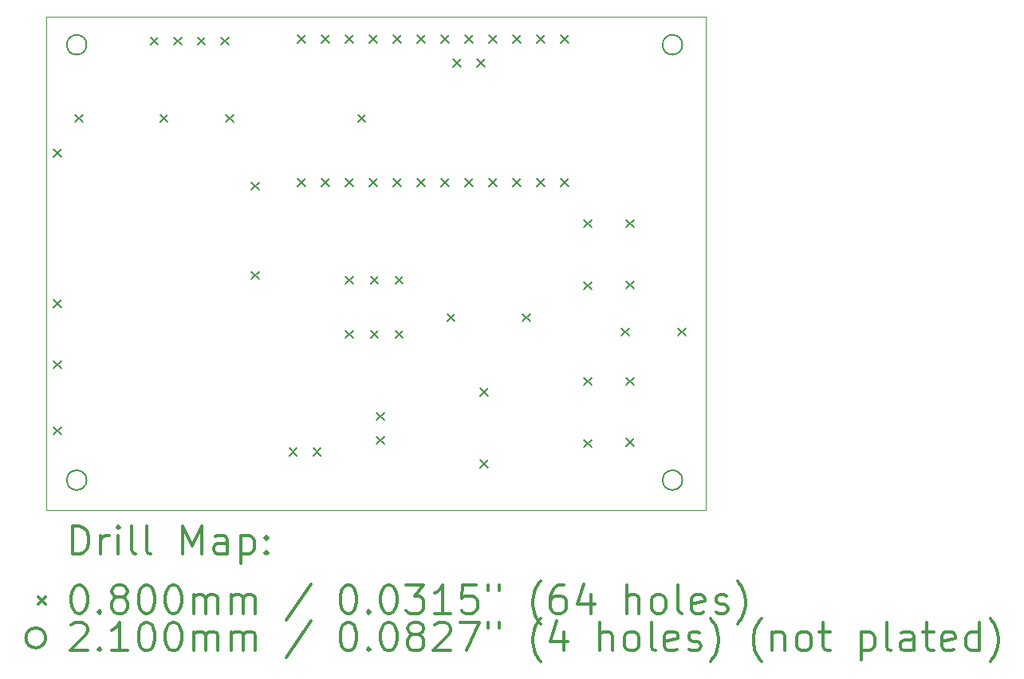
<source format=gbr>
%FSLAX45Y45*%
G04 Gerber Fmt 4.5, Leading zero omitted, Abs format (unit mm)*
G04 Created by KiCad (PCBNEW (5.1.10)-1) date 2021-06-09 13:50:51*
%MOMM*%
%LPD*%
G01*
G04 APERTURE LIST*
%TA.AperFunction,Profile*%
%ADD10C,0.100000*%
%TD*%
%ADD11C,0.200000*%
%ADD12C,0.300000*%
G04 APERTURE END LIST*
D10*
X2850000Y-11715000D02*
X2850000Y-6475000D01*
X9850000Y-11715000D02*
X2850000Y-11715000D01*
X9850000Y-6475000D02*
X9850000Y-11715000D01*
X2850000Y-6475000D02*
X9850000Y-6475000D01*
D11*
X2930000Y-7885000D02*
X3010000Y-7965000D01*
X3010000Y-7885000D02*
X2930000Y-7965000D01*
X2930000Y-9485000D02*
X3010000Y-9565000D01*
X3010000Y-9485000D02*
X2930000Y-9565000D01*
X2930000Y-10135000D02*
X3010000Y-10215000D01*
X3010000Y-10135000D02*
X2930000Y-10215000D01*
X2930000Y-10835000D02*
X3010000Y-10915000D01*
X3010000Y-10835000D02*
X2930000Y-10915000D01*
X3160000Y-7515000D02*
X3240000Y-7595000D01*
X3240000Y-7515000D02*
X3160000Y-7595000D01*
X3960000Y-6695000D02*
X4040000Y-6775000D01*
X4040000Y-6695000D02*
X3960000Y-6775000D01*
X4060000Y-7515000D02*
X4140000Y-7595000D01*
X4140000Y-7515000D02*
X4060000Y-7595000D01*
X4210000Y-6695000D02*
X4290000Y-6775000D01*
X4290000Y-6695000D02*
X4210000Y-6775000D01*
X4460000Y-6695000D02*
X4540000Y-6775000D01*
X4540000Y-6695000D02*
X4460000Y-6775000D01*
X4710000Y-6695000D02*
X4790000Y-6775000D01*
X4790000Y-6695000D02*
X4710000Y-6775000D01*
X4760000Y-7515000D02*
X4840000Y-7595000D01*
X4840000Y-7515000D02*
X4760000Y-7595000D01*
X5030000Y-8235000D02*
X5110000Y-8315000D01*
X5110000Y-8235000D02*
X5030000Y-8315000D01*
X5030000Y-9185000D02*
X5110000Y-9265000D01*
X5110000Y-9185000D02*
X5030000Y-9265000D01*
X5431000Y-11060000D02*
X5511000Y-11140000D01*
X5511000Y-11060000D02*
X5431000Y-11140000D01*
X5523000Y-6673000D02*
X5603000Y-6753000D01*
X5603000Y-6673000D02*
X5523000Y-6753000D01*
X5523000Y-8197000D02*
X5603000Y-8277000D01*
X5603000Y-8197000D02*
X5523000Y-8277000D01*
X5685000Y-11060000D02*
X5765000Y-11140000D01*
X5765000Y-11060000D02*
X5685000Y-11140000D01*
X5777000Y-6673000D02*
X5857000Y-6753000D01*
X5857000Y-6673000D02*
X5777000Y-6753000D01*
X5777000Y-8197000D02*
X5857000Y-8277000D01*
X5857000Y-8197000D02*
X5777000Y-8277000D01*
X6030000Y-9235000D02*
X6110000Y-9315000D01*
X6110000Y-9235000D02*
X6030000Y-9315000D01*
X6030000Y-9810000D02*
X6110000Y-9890000D01*
X6110000Y-9810000D02*
X6030000Y-9890000D01*
X6031000Y-6673000D02*
X6111000Y-6753000D01*
X6111000Y-6673000D02*
X6031000Y-6753000D01*
X6031000Y-8197000D02*
X6111000Y-8277000D01*
X6111000Y-8197000D02*
X6031000Y-8277000D01*
X6160000Y-7515000D02*
X6240000Y-7595000D01*
X6240000Y-7515000D02*
X6160000Y-7595000D01*
X6285000Y-6673000D02*
X6365000Y-6753000D01*
X6365000Y-6673000D02*
X6285000Y-6753000D01*
X6285000Y-8197000D02*
X6365000Y-8277000D01*
X6365000Y-8197000D02*
X6285000Y-8277000D01*
X6295000Y-9235000D02*
X6375000Y-9315000D01*
X6375000Y-9235000D02*
X6295000Y-9315000D01*
X6295000Y-9810000D02*
X6375000Y-9890000D01*
X6375000Y-9810000D02*
X6295000Y-9890000D01*
X6360000Y-10681000D02*
X6440000Y-10761000D01*
X6440000Y-10681000D02*
X6360000Y-10761000D01*
X6360000Y-10935000D02*
X6440000Y-11015000D01*
X6440000Y-10935000D02*
X6360000Y-11015000D01*
X6539000Y-6673000D02*
X6619000Y-6753000D01*
X6619000Y-6673000D02*
X6539000Y-6753000D01*
X6539000Y-8197000D02*
X6619000Y-8277000D01*
X6619000Y-8197000D02*
X6539000Y-8277000D01*
X6560000Y-9235000D02*
X6640000Y-9315000D01*
X6640000Y-9235000D02*
X6560000Y-9315000D01*
X6560000Y-9810000D02*
X6640000Y-9890000D01*
X6640000Y-9810000D02*
X6560000Y-9890000D01*
X6793000Y-6673000D02*
X6873000Y-6753000D01*
X6873000Y-6673000D02*
X6793000Y-6753000D01*
X6793000Y-8197000D02*
X6873000Y-8277000D01*
X6873000Y-8197000D02*
X6793000Y-8277000D01*
X7047000Y-6673000D02*
X7127000Y-6753000D01*
X7127000Y-6673000D02*
X7047000Y-6753000D01*
X7047000Y-8197000D02*
X7127000Y-8277000D01*
X7127000Y-8197000D02*
X7047000Y-8277000D01*
X7110000Y-9635000D02*
X7190000Y-9715000D01*
X7190000Y-9635000D02*
X7110000Y-9715000D01*
X7174000Y-6927000D02*
X7254000Y-7007000D01*
X7254000Y-6927000D02*
X7174000Y-7007000D01*
X7301000Y-6673000D02*
X7381000Y-6753000D01*
X7381000Y-6673000D02*
X7301000Y-6753000D01*
X7301000Y-8197000D02*
X7381000Y-8277000D01*
X7381000Y-8197000D02*
X7301000Y-8277000D01*
X7428000Y-6927000D02*
X7508000Y-7007000D01*
X7508000Y-6927000D02*
X7428000Y-7007000D01*
X7460000Y-10425000D02*
X7540000Y-10505000D01*
X7540000Y-10425000D02*
X7460000Y-10505000D01*
X7460000Y-11185000D02*
X7540000Y-11265000D01*
X7540000Y-11185000D02*
X7460000Y-11265000D01*
X7555000Y-6673000D02*
X7635000Y-6753000D01*
X7635000Y-6673000D02*
X7555000Y-6753000D01*
X7555000Y-8197000D02*
X7635000Y-8277000D01*
X7635000Y-8197000D02*
X7555000Y-8277000D01*
X7809000Y-6673000D02*
X7889000Y-6753000D01*
X7889000Y-6673000D02*
X7809000Y-6753000D01*
X7809000Y-8197000D02*
X7889000Y-8277000D01*
X7889000Y-8197000D02*
X7809000Y-8277000D01*
X7910000Y-9635000D02*
X7990000Y-9715000D01*
X7990000Y-9635000D02*
X7910000Y-9715000D01*
X8063000Y-6673000D02*
X8143000Y-6753000D01*
X8143000Y-6673000D02*
X8063000Y-6753000D01*
X8063000Y-8197000D02*
X8143000Y-8277000D01*
X8143000Y-8197000D02*
X8063000Y-8277000D01*
X8317000Y-6673000D02*
X8397000Y-6753000D01*
X8397000Y-6673000D02*
X8317000Y-6753000D01*
X8317000Y-8197000D02*
X8397000Y-8277000D01*
X8397000Y-8197000D02*
X8317000Y-8277000D01*
X8560000Y-8635000D02*
X8640000Y-8715000D01*
X8640000Y-8635000D02*
X8560000Y-8715000D01*
X8560000Y-9295000D02*
X8640000Y-9375000D01*
X8640000Y-9295000D02*
X8560000Y-9375000D01*
X8560000Y-10310000D02*
X8640000Y-10390000D01*
X8640000Y-10310000D02*
X8560000Y-10390000D01*
X8560000Y-10970000D02*
X8640000Y-11050000D01*
X8640000Y-10970000D02*
X8560000Y-11050000D01*
X8960000Y-9785000D02*
X9040000Y-9865000D01*
X9040000Y-9785000D02*
X8960000Y-9865000D01*
X9010000Y-8635000D02*
X9090000Y-8715000D01*
X9090000Y-8635000D02*
X9010000Y-8715000D01*
X9010000Y-9285000D02*
X9090000Y-9365000D01*
X9090000Y-9285000D02*
X9010000Y-9365000D01*
X9010000Y-10310000D02*
X9090000Y-10390000D01*
X9090000Y-10310000D02*
X9010000Y-10390000D01*
X9010000Y-10960000D02*
X9090000Y-11040000D01*
X9090000Y-10960000D02*
X9010000Y-11040000D01*
X9560000Y-9785000D02*
X9640000Y-9865000D01*
X9640000Y-9785000D02*
X9560000Y-9865000D01*
X3280000Y-6775000D02*
G75*
G03*
X3280000Y-6775000I-105000J0D01*
G01*
X3280000Y-11400000D02*
G75*
G03*
X3280000Y-11400000I-105000J0D01*
G01*
X9605000Y-6775000D02*
G75*
G03*
X9605000Y-6775000I-105000J0D01*
G01*
X9605000Y-11400000D02*
G75*
G03*
X9605000Y-11400000I-105000J0D01*
G01*
D12*
X3131428Y-12185714D02*
X3131428Y-11885714D01*
X3202857Y-11885714D01*
X3245714Y-11900000D01*
X3274286Y-11928571D01*
X3288571Y-11957143D01*
X3302857Y-12014286D01*
X3302857Y-12057143D01*
X3288571Y-12114286D01*
X3274286Y-12142857D01*
X3245714Y-12171429D01*
X3202857Y-12185714D01*
X3131428Y-12185714D01*
X3431428Y-12185714D02*
X3431428Y-11985714D01*
X3431428Y-12042857D02*
X3445714Y-12014286D01*
X3460000Y-12000000D01*
X3488571Y-11985714D01*
X3517143Y-11985714D01*
X3617143Y-12185714D02*
X3617143Y-11985714D01*
X3617143Y-11885714D02*
X3602857Y-11900000D01*
X3617143Y-11914286D01*
X3631428Y-11900000D01*
X3617143Y-11885714D01*
X3617143Y-11914286D01*
X3802857Y-12185714D02*
X3774286Y-12171429D01*
X3760000Y-12142857D01*
X3760000Y-11885714D01*
X3960000Y-12185714D02*
X3931428Y-12171429D01*
X3917143Y-12142857D01*
X3917143Y-11885714D01*
X4302857Y-12185714D02*
X4302857Y-11885714D01*
X4402857Y-12100000D01*
X4502857Y-11885714D01*
X4502857Y-12185714D01*
X4774286Y-12185714D02*
X4774286Y-12028571D01*
X4760000Y-12000000D01*
X4731428Y-11985714D01*
X4674286Y-11985714D01*
X4645714Y-12000000D01*
X4774286Y-12171429D02*
X4745714Y-12185714D01*
X4674286Y-12185714D01*
X4645714Y-12171429D01*
X4631428Y-12142857D01*
X4631428Y-12114286D01*
X4645714Y-12085714D01*
X4674286Y-12071429D01*
X4745714Y-12071429D01*
X4774286Y-12057143D01*
X4917143Y-11985714D02*
X4917143Y-12285714D01*
X4917143Y-12000000D02*
X4945714Y-11985714D01*
X5002857Y-11985714D01*
X5031428Y-12000000D01*
X5045714Y-12014286D01*
X5060000Y-12042857D01*
X5060000Y-12128571D01*
X5045714Y-12157143D01*
X5031428Y-12171429D01*
X5002857Y-12185714D01*
X4945714Y-12185714D01*
X4917143Y-12171429D01*
X5188571Y-12157143D02*
X5202857Y-12171429D01*
X5188571Y-12185714D01*
X5174286Y-12171429D01*
X5188571Y-12157143D01*
X5188571Y-12185714D01*
X5188571Y-12000000D02*
X5202857Y-12014286D01*
X5188571Y-12028571D01*
X5174286Y-12014286D01*
X5188571Y-12000000D01*
X5188571Y-12028571D01*
X2765000Y-12640000D02*
X2845000Y-12720000D01*
X2845000Y-12640000D02*
X2765000Y-12720000D01*
X3188571Y-12515714D02*
X3217143Y-12515714D01*
X3245714Y-12530000D01*
X3260000Y-12544286D01*
X3274286Y-12572857D01*
X3288571Y-12630000D01*
X3288571Y-12701429D01*
X3274286Y-12758571D01*
X3260000Y-12787143D01*
X3245714Y-12801429D01*
X3217143Y-12815714D01*
X3188571Y-12815714D01*
X3160000Y-12801429D01*
X3145714Y-12787143D01*
X3131428Y-12758571D01*
X3117143Y-12701429D01*
X3117143Y-12630000D01*
X3131428Y-12572857D01*
X3145714Y-12544286D01*
X3160000Y-12530000D01*
X3188571Y-12515714D01*
X3417143Y-12787143D02*
X3431428Y-12801429D01*
X3417143Y-12815714D01*
X3402857Y-12801429D01*
X3417143Y-12787143D01*
X3417143Y-12815714D01*
X3602857Y-12644286D02*
X3574286Y-12630000D01*
X3560000Y-12615714D01*
X3545714Y-12587143D01*
X3545714Y-12572857D01*
X3560000Y-12544286D01*
X3574286Y-12530000D01*
X3602857Y-12515714D01*
X3660000Y-12515714D01*
X3688571Y-12530000D01*
X3702857Y-12544286D01*
X3717143Y-12572857D01*
X3717143Y-12587143D01*
X3702857Y-12615714D01*
X3688571Y-12630000D01*
X3660000Y-12644286D01*
X3602857Y-12644286D01*
X3574286Y-12658571D01*
X3560000Y-12672857D01*
X3545714Y-12701429D01*
X3545714Y-12758571D01*
X3560000Y-12787143D01*
X3574286Y-12801429D01*
X3602857Y-12815714D01*
X3660000Y-12815714D01*
X3688571Y-12801429D01*
X3702857Y-12787143D01*
X3717143Y-12758571D01*
X3717143Y-12701429D01*
X3702857Y-12672857D01*
X3688571Y-12658571D01*
X3660000Y-12644286D01*
X3902857Y-12515714D02*
X3931428Y-12515714D01*
X3960000Y-12530000D01*
X3974286Y-12544286D01*
X3988571Y-12572857D01*
X4002857Y-12630000D01*
X4002857Y-12701429D01*
X3988571Y-12758571D01*
X3974286Y-12787143D01*
X3960000Y-12801429D01*
X3931428Y-12815714D01*
X3902857Y-12815714D01*
X3874286Y-12801429D01*
X3860000Y-12787143D01*
X3845714Y-12758571D01*
X3831428Y-12701429D01*
X3831428Y-12630000D01*
X3845714Y-12572857D01*
X3860000Y-12544286D01*
X3874286Y-12530000D01*
X3902857Y-12515714D01*
X4188571Y-12515714D02*
X4217143Y-12515714D01*
X4245714Y-12530000D01*
X4260000Y-12544286D01*
X4274286Y-12572857D01*
X4288571Y-12630000D01*
X4288571Y-12701429D01*
X4274286Y-12758571D01*
X4260000Y-12787143D01*
X4245714Y-12801429D01*
X4217143Y-12815714D01*
X4188571Y-12815714D01*
X4160000Y-12801429D01*
X4145714Y-12787143D01*
X4131428Y-12758571D01*
X4117143Y-12701429D01*
X4117143Y-12630000D01*
X4131428Y-12572857D01*
X4145714Y-12544286D01*
X4160000Y-12530000D01*
X4188571Y-12515714D01*
X4417143Y-12815714D02*
X4417143Y-12615714D01*
X4417143Y-12644286D02*
X4431428Y-12630000D01*
X4460000Y-12615714D01*
X4502857Y-12615714D01*
X4531428Y-12630000D01*
X4545714Y-12658571D01*
X4545714Y-12815714D01*
X4545714Y-12658571D02*
X4560000Y-12630000D01*
X4588571Y-12615714D01*
X4631428Y-12615714D01*
X4660000Y-12630000D01*
X4674286Y-12658571D01*
X4674286Y-12815714D01*
X4817143Y-12815714D02*
X4817143Y-12615714D01*
X4817143Y-12644286D02*
X4831428Y-12630000D01*
X4860000Y-12615714D01*
X4902857Y-12615714D01*
X4931428Y-12630000D01*
X4945714Y-12658571D01*
X4945714Y-12815714D01*
X4945714Y-12658571D02*
X4960000Y-12630000D01*
X4988571Y-12615714D01*
X5031428Y-12615714D01*
X5060000Y-12630000D01*
X5074286Y-12658571D01*
X5074286Y-12815714D01*
X5660000Y-12501429D02*
X5402857Y-12887143D01*
X6045714Y-12515714D02*
X6074286Y-12515714D01*
X6102857Y-12530000D01*
X6117143Y-12544286D01*
X6131428Y-12572857D01*
X6145714Y-12630000D01*
X6145714Y-12701429D01*
X6131428Y-12758571D01*
X6117143Y-12787143D01*
X6102857Y-12801429D01*
X6074286Y-12815714D01*
X6045714Y-12815714D01*
X6017143Y-12801429D01*
X6002857Y-12787143D01*
X5988571Y-12758571D01*
X5974286Y-12701429D01*
X5974286Y-12630000D01*
X5988571Y-12572857D01*
X6002857Y-12544286D01*
X6017143Y-12530000D01*
X6045714Y-12515714D01*
X6274286Y-12787143D02*
X6288571Y-12801429D01*
X6274286Y-12815714D01*
X6260000Y-12801429D01*
X6274286Y-12787143D01*
X6274286Y-12815714D01*
X6474286Y-12515714D02*
X6502857Y-12515714D01*
X6531428Y-12530000D01*
X6545714Y-12544286D01*
X6560000Y-12572857D01*
X6574286Y-12630000D01*
X6574286Y-12701429D01*
X6560000Y-12758571D01*
X6545714Y-12787143D01*
X6531428Y-12801429D01*
X6502857Y-12815714D01*
X6474286Y-12815714D01*
X6445714Y-12801429D01*
X6431428Y-12787143D01*
X6417143Y-12758571D01*
X6402857Y-12701429D01*
X6402857Y-12630000D01*
X6417143Y-12572857D01*
X6431428Y-12544286D01*
X6445714Y-12530000D01*
X6474286Y-12515714D01*
X6674286Y-12515714D02*
X6860000Y-12515714D01*
X6760000Y-12630000D01*
X6802857Y-12630000D01*
X6831428Y-12644286D01*
X6845714Y-12658571D01*
X6860000Y-12687143D01*
X6860000Y-12758571D01*
X6845714Y-12787143D01*
X6831428Y-12801429D01*
X6802857Y-12815714D01*
X6717143Y-12815714D01*
X6688571Y-12801429D01*
X6674286Y-12787143D01*
X7145714Y-12815714D02*
X6974286Y-12815714D01*
X7060000Y-12815714D02*
X7060000Y-12515714D01*
X7031428Y-12558571D01*
X7002857Y-12587143D01*
X6974286Y-12601429D01*
X7417143Y-12515714D02*
X7274286Y-12515714D01*
X7260000Y-12658571D01*
X7274286Y-12644286D01*
X7302857Y-12630000D01*
X7374286Y-12630000D01*
X7402857Y-12644286D01*
X7417143Y-12658571D01*
X7431428Y-12687143D01*
X7431428Y-12758571D01*
X7417143Y-12787143D01*
X7402857Y-12801429D01*
X7374286Y-12815714D01*
X7302857Y-12815714D01*
X7274286Y-12801429D01*
X7260000Y-12787143D01*
X7545714Y-12515714D02*
X7545714Y-12572857D01*
X7660000Y-12515714D02*
X7660000Y-12572857D01*
X8102857Y-12930000D02*
X8088571Y-12915714D01*
X8060000Y-12872857D01*
X8045714Y-12844286D01*
X8031428Y-12801429D01*
X8017143Y-12730000D01*
X8017143Y-12672857D01*
X8031428Y-12601429D01*
X8045714Y-12558571D01*
X8060000Y-12530000D01*
X8088571Y-12487143D01*
X8102857Y-12472857D01*
X8345714Y-12515714D02*
X8288571Y-12515714D01*
X8260000Y-12530000D01*
X8245714Y-12544286D01*
X8217143Y-12587143D01*
X8202857Y-12644286D01*
X8202857Y-12758571D01*
X8217143Y-12787143D01*
X8231428Y-12801429D01*
X8260000Y-12815714D01*
X8317143Y-12815714D01*
X8345714Y-12801429D01*
X8360000Y-12787143D01*
X8374286Y-12758571D01*
X8374286Y-12687143D01*
X8360000Y-12658571D01*
X8345714Y-12644286D01*
X8317143Y-12630000D01*
X8260000Y-12630000D01*
X8231428Y-12644286D01*
X8217143Y-12658571D01*
X8202857Y-12687143D01*
X8631428Y-12615714D02*
X8631428Y-12815714D01*
X8560000Y-12501429D02*
X8488571Y-12715714D01*
X8674286Y-12715714D01*
X9017143Y-12815714D02*
X9017143Y-12515714D01*
X9145714Y-12815714D02*
X9145714Y-12658571D01*
X9131428Y-12630000D01*
X9102857Y-12615714D01*
X9060000Y-12615714D01*
X9031428Y-12630000D01*
X9017143Y-12644286D01*
X9331428Y-12815714D02*
X9302857Y-12801429D01*
X9288571Y-12787143D01*
X9274286Y-12758571D01*
X9274286Y-12672857D01*
X9288571Y-12644286D01*
X9302857Y-12630000D01*
X9331428Y-12615714D01*
X9374286Y-12615714D01*
X9402857Y-12630000D01*
X9417143Y-12644286D01*
X9431428Y-12672857D01*
X9431428Y-12758571D01*
X9417143Y-12787143D01*
X9402857Y-12801429D01*
X9374286Y-12815714D01*
X9331428Y-12815714D01*
X9602857Y-12815714D02*
X9574286Y-12801429D01*
X9560000Y-12772857D01*
X9560000Y-12515714D01*
X9831428Y-12801429D02*
X9802857Y-12815714D01*
X9745714Y-12815714D01*
X9717143Y-12801429D01*
X9702857Y-12772857D01*
X9702857Y-12658571D01*
X9717143Y-12630000D01*
X9745714Y-12615714D01*
X9802857Y-12615714D01*
X9831428Y-12630000D01*
X9845714Y-12658571D01*
X9845714Y-12687143D01*
X9702857Y-12715714D01*
X9960000Y-12801429D02*
X9988571Y-12815714D01*
X10045714Y-12815714D01*
X10074286Y-12801429D01*
X10088571Y-12772857D01*
X10088571Y-12758571D01*
X10074286Y-12730000D01*
X10045714Y-12715714D01*
X10002857Y-12715714D01*
X9974286Y-12701429D01*
X9960000Y-12672857D01*
X9960000Y-12658571D01*
X9974286Y-12630000D01*
X10002857Y-12615714D01*
X10045714Y-12615714D01*
X10074286Y-12630000D01*
X10188571Y-12930000D02*
X10202857Y-12915714D01*
X10231428Y-12872857D01*
X10245714Y-12844286D01*
X10260000Y-12801429D01*
X10274286Y-12730000D01*
X10274286Y-12672857D01*
X10260000Y-12601429D01*
X10245714Y-12558571D01*
X10231428Y-12530000D01*
X10202857Y-12487143D01*
X10188571Y-12472857D01*
X2845000Y-13076000D02*
G75*
G03*
X2845000Y-13076000I-105000J0D01*
G01*
X3117143Y-12940286D02*
X3131428Y-12926000D01*
X3160000Y-12911714D01*
X3231428Y-12911714D01*
X3260000Y-12926000D01*
X3274286Y-12940286D01*
X3288571Y-12968857D01*
X3288571Y-12997429D01*
X3274286Y-13040286D01*
X3102857Y-13211714D01*
X3288571Y-13211714D01*
X3417143Y-13183143D02*
X3431428Y-13197429D01*
X3417143Y-13211714D01*
X3402857Y-13197429D01*
X3417143Y-13183143D01*
X3417143Y-13211714D01*
X3717143Y-13211714D02*
X3545714Y-13211714D01*
X3631428Y-13211714D02*
X3631428Y-12911714D01*
X3602857Y-12954571D01*
X3574286Y-12983143D01*
X3545714Y-12997429D01*
X3902857Y-12911714D02*
X3931428Y-12911714D01*
X3960000Y-12926000D01*
X3974286Y-12940286D01*
X3988571Y-12968857D01*
X4002857Y-13026000D01*
X4002857Y-13097429D01*
X3988571Y-13154571D01*
X3974286Y-13183143D01*
X3960000Y-13197429D01*
X3931428Y-13211714D01*
X3902857Y-13211714D01*
X3874286Y-13197429D01*
X3860000Y-13183143D01*
X3845714Y-13154571D01*
X3831428Y-13097429D01*
X3831428Y-13026000D01*
X3845714Y-12968857D01*
X3860000Y-12940286D01*
X3874286Y-12926000D01*
X3902857Y-12911714D01*
X4188571Y-12911714D02*
X4217143Y-12911714D01*
X4245714Y-12926000D01*
X4260000Y-12940286D01*
X4274286Y-12968857D01*
X4288571Y-13026000D01*
X4288571Y-13097429D01*
X4274286Y-13154571D01*
X4260000Y-13183143D01*
X4245714Y-13197429D01*
X4217143Y-13211714D01*
X4188571Y-13211714D01*
X4160000Y-13197429D01*
X4145714Y-13183143D01*
X4131428Y-13154571D01*
X4117143Y-13097429D01*
X4117143Y-13026000D01*
X4131428Y-12968857D01*
X4145714Y-12940286D01*
X4160000Y-12926000D01*
X4188571Y-12911714D01*
X4417143Y-13211714D02*
X4417143Y-13011714D01*
X4417143Y-13040286D02*
X4431428Y-13026000D01*
X4460000Y-13011714D01*
X4502857Y-13011714D01*
X4531428Y-13026000D01*
X4545714Y-13054571D01*
X4545714Y-13211714D01*
X4545714Y-13054571D02*
X4560000Y-13026000D01*
X4588571Y-13011714D01*
X4631428Y-13011714D01*
X4660000Y-13026000D01*
X4674286Y-13054571D01*
X4674286Y-13211714D01*
X4817143Y-13211714D02*
X4817143Y-13011714D01*
X4817143Y-13040286D02*
X4831428Y-13026000D01*
X4860000Y-13011714D01*
X4902857Y-13011714D01*
X4931428Y-13026000D01*
X4945714Y-13054571D01*
X4945714Y-13211714D01*
X4945714Y-13054571D02*
X4960000Y-13026000D01*
X4988571Y-13011714D01*
X5031428Y-13011714D01*
X5060000Y-13026000D01*
X5074286Y-13054571D01*
X5074286Y-13211714D01*
X5660000Y-12897429D02*
X5402857Y-13283143D01*
X6045714Y-12911714D02*
X6074286Y-12911714D01*
X6102857Y-12926000D01*
X6117143Y-12940286D01*
X6131428Y-12968857D01*
X6145714Y-13026000D01*
X6145714Y-13097429D01*
X6131428Y-13154571D01*
X6117143Y-13183143D01*
X6102857Y-13197429D01*
X6074286Y-13211714D01*
X6045714Y-13211714D01*
X6017143Y-13197429D01*
X6002857Y-13183143D01*
X5988571Y-13154571D01*
X5974286Y-13097429D01*
X5974286Y-13026000D01*
X5988571Y-12968857D01*
X6002857Y-12940286D01*
X6017143Y-12926000D01*
X6045714Y-12911714D01*
X6274286Y-13183143D02*
X6288571Y-13197429D01*
X6274286Y-13211714D01*
X6260000Y-13197429D01*
X6274286Y-13183143D01*
X6274286Y-13211714D01*
X6474286Y-12911714D02*
X6502857Y-12911714D01*
X6531428Y-12926000D01*
X6545714Y-12940286D01*
X6560000Y-12968857D01*
X6574286Y-13026000D01*
X6574286Y-13097429D01*
X6560000Y-13154571D01*
X6545714Y-13183143D01*
X6531428Y-13197429D01*
X6502857Y-13211714D01*
X6474286Y-13211714D01*
X6445714Y-13197429D01*
X6431428Y-13183143D01*
X6417143Y-13154571D01*
X6402857Y-13097429D01*
X6402857Y-13026000D01*
X6417143Y-12968857D01*
X6431428Y-12940286D01*
X6445714Y-12926000D01*
X6474286Y-12911714D01*
X6745714Y-13040286D02*
X6717143Y-13026000D01*
X6702857Y-13011714D01*
X6688571Y-12983143D01*
X6688571Y-12968857D01*
X6702857Y-12940286D01*
X6717143Y-12926000D01*
X6745714Y-12911714D01*
X6802857Y-12911714D01*
X6831428Y-12926000D01*
X6845714Y-12940286D01*
X6860000Y-12968857D01*
X6860000Y-12983143D01*
X6845714Y-13011714D01*
X6831428Y-13026000D01*
X6802857Y-13040286D01*
X6745714Y-13040286D01*
X6717143Y-13054571D01*
X6702857Y-13068857D01*
X6688571Y-13097429D01*
X6688571Y-13154571D01*
X6702857Y-13183143D01*
X6717143Y-13197429D01*
X6745714Y-13211714D01*
X6802857Y-13211714D01*
X6831428Y-13197429D01*
X6845714Y-13183143D01*
X6860000Y-13154571D01*
X6860000Y-13097429D01*
X6845714Y-13068857D01*
X6831428Y-13054571D01*
X6802857Y-13040286D01*
X6974286Y-12940286D02*
X6988571Y-12926000D01*
X7017143Y-12911714D01*
X7088571Y-12911714D01*
X7117143Y-12926000D01*
X7131428Y-12940286D01*
X7145714Y-12968857D01*
X7145714Y-12997429D01*
X7131428Y-13040286D01*
X6960000Y-13211714D01*
X7145714Y-13211714D01*
X7245714Y-12911714D02*
X7445714Y-12911714D01*
X7317143Y-13211714D01*
X7545714Y-12911714D02*
X7545714Y-12968857D01*
X7660000Y-12911714D02*
X7660000Y-12968857D01*
X8102857Y-13326000D02*
X8088571Y-13311714D01*
X8060000Y-13268857D01*
X8045714Y-13240286D01*
X8031428Y-13197429D01*
X8017143Y-13126000D01*
X8017143Y-13068857D01*
X8031428Y-12997429D01*
X8045714Y-12954571D01*
X8060000Y-12926000D01*
X8088571Y-12883143D01*
X8102857Y-12868857D01*
X8345714Y-13011714D02*
X8345714Y-13211714D01*
X8274286Y-12897429D02*
X8202857Y-13111714D01*
X8388571Y-13111714D01*
X8731428Y-13211714D02*
X8731428Y-12911714D01*
X8860000Y-13211714D02*
X8860000Y-13054571D01*
X8845714Y-13026000D01*
X8817143Y-13011714D01*
X8774286Y-13011714D01*
X8745714Y-13026000D01*
X8731428Y-13040286D01*
X9045714Y-13211714D02*
X9017143Y-13197429D01*
X9002857Y-13183143D01*
X8988571Y-13154571D01*
X8988571Y-13068857D01*
X9002857Y-13040286D01*
X9017143Y-13026000D01*
X9045714Y-13011714D01*
X9088571Y-13011714D01*
X9117143Y-13026000D01*
X9131428Y-13040286D01*
X9145714Y-13068857D01*
X9145714Y-13154571D01*
X9131428Y-13183143D01*
X9117143Y-13197429D01*
X9088571Y-13211714D01*
X9045714Y-13211714D01*
X9317143Y-13211714D02*
X9288571Y-13197429D01*
X9274286Y-13168857D01*
X9274286Y-12911714D01*
X9545714Y-13197429D02*
X9517143Y-13211714D01*
X9460000Y-13211714D01*
X9431428Y-13197429D01*
X9417143Y-13168857D01*
X9417143Y-13054571D01*
X9431428Y-13026000D01*
X9460000Y-13011714D01*
X9517143Y-13011714D01*
X9545714Y-13026000D01*
X9560000Y-13054571D01*
X9560000Y-13083143D01*
X9417143Y-13111714D01*
X9674286Y-13197429D02*
X9702857Y-13211714D01*
X9760000Y-13211714D01*
X9788571Y-13197429D01*
X9802857Y-13168857D01*
X9802857Y-13154571D01*
X9788571Y-13126000D01*
X9760000Y-13111714D01*
X9717143Y-13111714D01*
X9688571Y-13097429D01*
X9674286Y-13068857D01*
X9674286Y-13054571D01*
X9688571Y-13026000D01*
X9717143Y-13011714D01*
X9760000Y-13011714D01*
X9788571Y-13026000D01*
X9902857Y-13326000D02*
X9917143Y-13311714D01*
X9945714Y-13268857D01*
X9960000Y-13240286D01*
X9974286Y-13197429D01*
X9988571Y-13126000D01*
X9988571Y-13068857D01*
X9974286Y-12997429D01*
X9960000Y-12954571D01*
X9945714Y-12926000D01*
X9917143Y-12883143D01*
X9902857Y-12868857D01*
X10445714Y-13326000D02*
X10431428Y-13311714D01*
X10402857Y-13268857D01*
X10388571Y-13240286D01*
X10374286Y-13197429D01*
X10360000Y-13126000D01*
X10360000Y-13068857D01*
X10374286Y-12997429D01*
X10388571Y-12954571D01*
X10402857Y-12926000D01*
X10431428Y-12883143D01*
X10445714Y-12868857D01*
X10560000Y-13011714D02*
X10560000Y-13211714D01*
X10560000Y-13040286D02*
X10574286Y-13026000D01*
X10602857Y-13011714D01*
X10645714Y-13011714D01*
X10674286Y-13026000D01*
X10688571Y-13054571D01*
X10688571Y-13211714D01*
X10874286Y-13211714D02*
X10845714Y-13197429D01*
X10831428Y-13183143D01*
X10817143Y-13154571D01*
X10817143Y-13068857D01*
X10831428Y-13040286D01*
X10845714Y-13026000D01*
X10874286Y-13011714D01*
X10917143Y-13011714D01*
X10945714Y-13026000D01*
X10960000Y-13040286D01*
X10974286Y-13068857D01*
X10974286Y-13154571D01*
X10960000Y-13183143D01*
X10945714Y-13197429D01*
X10917143Y-13211714D01*
X10874286Y-13211714D01*
X11060000Y-13011714D02*
X11174286Y-13011714D01*
X11102857Y-12911714D02*
X11102857Y-13168857D01*
X11117143Y-13197429D01*
X11145714Y-13211714D01*
X11174286Y-13211714D01*
X11502857Y-13011714D02*
X11502857Y-13311714D01*
X11502857Y-13026000D02*
X11531428Y-13011714D01*
X11588571Y-13011714D01*
X11617143Y-13026000D01*
X11631428Y-13040286D01*
X11645714Y-13068857D01*
X11645714Y-13154571D01*
X11631428Y-13183143D01*
X11617143Y-13197429D01*
X11588571Y-13211714D01*
X11531428Y-13211714D01*
X11502857Y-13197429D01*
X11817143Y-13211714D02*
X11788571Y-13197429D01*
X11774286Y-13168857D01*
X11774286Y-12911714D01*
X12060000Y-13211714D02*
X12060000Y-13054571D01*
X12045714Y-13026000D01*
X12017143Y-13011714D01*
X11960000Y-13011714D01*
X11931428Y-13026000D01*
X12060000Y-13197429D02*
X12031428Y-13211714D01*
X11960000Y-13211714D01*
X11931428Y-13197429D01*
X11917143Y-13168857D01*
X11917143Y-13140286D01*
X11931428Y-13111714D01*
X11960000Y-13097429D01*
X12031428Y-13097429D01*
X12060000Y-13083143D01*
X12160000Y-13011714D02*
X12274286Y-13011714D01*
X12202857Y-12911714D02*
X12202857Y-13168857D01*
X12217143Y-13197429D01*
X12245714Y-13211714D01*
X12274286Y-13211714D01*
X12488571Y-13197429D02*
X12460000Y-13211714D01*
X12402857Y-13211714D01*
X12374286Y-13197429D01*
X12360000Y-13168857D01*
X12360000Y-13054571D01*
X12374286Y-13026000D01*
X12402857Y-13011714D01*
X12460000Y-13011714D01*
X12488571Y-13026000D01*
X12502857Y-13054571D01*
X12502857Y-13083143D01*
X12360000Y-13111714D01*
X12760000Y-13211714D02*
X12760000Y-12911714D01*
X12760000Y-13197429D02*
X12731428Y-13211714D01*
X12674286Y-13211714D01*
X12645714Y-13197429D01*
X12631428Y-13183143D01*
X12617143Y-13154571D01*
X12617143Y-13068857D01*
X12631428Y-13040286D01*
X12645714Y-13026000D01*
X12674286Y-13011714D01*
X12731428Y-13011714D01*
X12760000Y-13026000D01*
X12874286Y-13326000D02*
X12888571Y-13311714D01*
X12917143Y-13268857D01*
X12931428Y-13240286D01*
X12945714Y-13197429D01*
X12960000Y-13126000D01*
X12960000Y-13068857D01*
X12945714Y-12997429D01*
X12931428Y-12954571D01*
X12917143Y-12926000D01*
X12888571Y-12883143D01*
X12874286Y-12868857D01*
M02*

</source>
